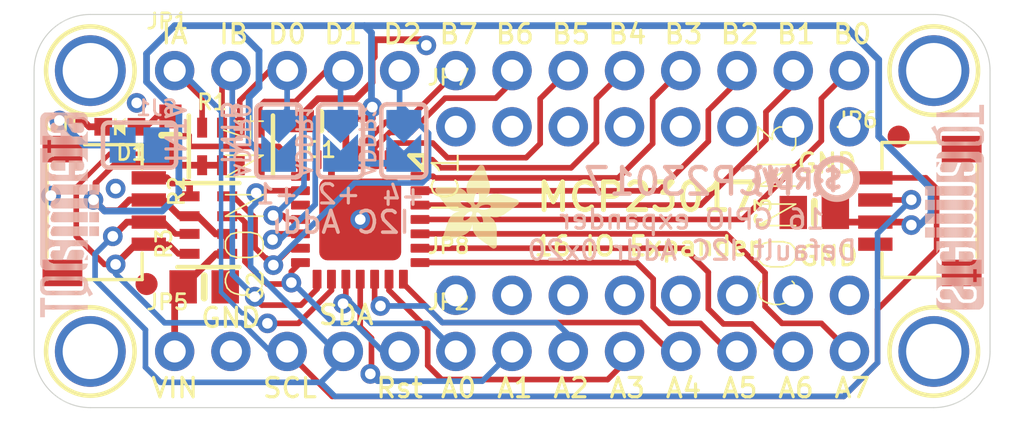
<source format=kicad_pcb>
(kicad_pcb (version 20241229) (generator "pcbnew") (generator_version "9.0")
  (layers (0 "F.Cu" signal) (2 "B.Cu" signal) (13 "F.Paste" user) (15 "B.Paste" user) (5 "F.SilkS" user "F.Silkscreen") (7 "B.SilkS" user "B.Silkscreen") (1 "F.Mask" user) (3 "B.Mask" user) (25 "Edge.Cuts" user))
  (net 0 "")
  (net 1 "GND")
  (net 2 "SDA")
  (net 3 "SCL")
  (net 4 "RESET")
  (net 5 "VCC")
  (net 6 "N$1")
  (net 7 "GPA0")
  (net 8 "GPA1")
  (net 9 "GPA2")
  (net 10 "GPA3")
  (net 11 "GPA4")
  (net 12 "GPA5")
  (net 13 "GPA6")
  (net 14 "GPA7")
  (net 15 "GPB0")
  (net 16 "GPB1")
  (net 17 "GPB2")
  (net 18 "GPB3")
  (net 19 "GPB4")
  (net 20 "GPB5")
  (net 21 "GPB6")
  (net 22 "GPB7")
  (net 23 "INTA")
  (net 24 "INTB")
  (net 25 "A0")
  (net 26 "A1")
  (net 27 "A2")
  (net 28 "N$2")
  (footprint "Adafruit MCP23017 GPIO Expander:MOUNTINGHOLE_2.5_PLATED" (layer "F.Cu") (at 167.5511 98.6536)
    (property "Reference" "U$17" (hide yes))
    (property "Value" "MOUNTINGHOLE2.5" (hide yes))
  )
  (footprint "Adafruit MCP23017 GPIO Expander:RESPACK_4X0603" (layer "F.Cu") (at 135.8011 102.0826)
    (property "Reference" "R1")
    (property "Value" "10K")
  )
  (footprint "Adafruit MCP23017 GPIO Expander:FIDUCIAL_1MM" (layer "F.Cu") (at 131.9911 108.3056)
    (property "Reference" "FID3" (hide yes))
    (property "Value" "FIDUCIAL_1MM" (hide yes))
  )
  (footprint "Adafruit MCP23017 GPIO Expander:MOUNTINGHOLE_2.5_PLATED" (layer "F.Cu") (at 129.4511 111.3536)
    (property "Reference" "U$19" (hide yes))
    (property "Value" "MOUNTINGHOLE2.5" (hide yes))
  )
  (footprint "Adafruit MCP23017 GPIO Expander:JST_SH4" (layer "F.Cu") (at 167.4241 105.0036 90)
    (property "Reference" "CONN3")
    (property "Value" "STEMMA_I2C_QT" (hide yes))
  )
  (footprint "Adafruit MCP23017 GPIO Expander:0805-NO" (layer "F.Cu") (at 134.5946 108.4326)
    (property "Reference" "C2")
    (property "Value" "10uF")
  )
  (footprint "Adafruit MCP23017 GPIO Expander:1X08_ROUND_70" (layer "F.Cu") (at 154.8511 98.6536 180)
    (property "Reference" "JP6")
    (property "Value" "")
  )
  (footprint "Adafruit MCP23017 GPIO Expander:RESPACK_4X0603" (layer "F.Cu") (at 134.7851 105.6386 90)
    (property "Reference" "R3")
    (property "Value" "10K")
  )
  (footprint "Adafruit MCP23017 GPIO Expander:0603-NO" (layer "F.Cu") (at 133.0706 101.5746 -90)
    (property "Reference" "R2")
    (property "Value" "10k")
  )
  (footprint "Adafruit MCP23017 GPIO Expander:1X05_ROUND_70" (layer "F.Cu") (at 138.3411 111.3536)
    (property "Reference" "JP5")
    (property "Value" "")
  )
  (footprint "Adafruit MCP23017 GPIO Expander:1X08_ROUND_70" (layer "F.Cu") (at 154.8511 108.8136)
    (property "Reference" "JP8")
    (property "Value" "")
  )
  (footprint "Adafruit MCP23017 GPIO Expander:FIDUCIAL_1MM" (layer "F.Cu") (at 165.9636 101.6381)
    (property "Reference" "FID4" (hide yes))
    (property "Value" "FIDUCIAL_1MM" (hide yes))
  )
  (footprint "Adafruit MCP23017 GPIO Expander:CHIPLED_0603_NOOUTLINE" (layer "F.Cu") (at 130.7846 101.1936 90)
    (property "Reference" "D1")
    (property "Value" "GREEN")
  )
  (footprint "Adafruit MCP23017 GPIO Expander:JST_SH4" (layer "F.Cu") (at 129.5781 105.0036 -90)
    (property "Reference" "CONN4")
    (property "Value" "STEMMA_I2C_QT" (hide yes))
  )
  (footprint "Adafruit MCP23017 GPIO Expander:QFN28-ML_6X6MM" (layer "F.Cu") (at 141.6431 105.3846 -90)
    (property "Reference" "IC1")
    (property "Value" "MCP23017ML")
  )
  (footprint "Adafruit MCP23017 GPIO Expander:MOUNTINGHOLE_2.5_PLATED" (layer "F.Cu") (at 129.4511 98.6536)
    (property "Reference" "U$1" (hide yes))
    (property "Value" "MOUNTINGHOLE2.5" (hide yes))
  )
  (footprint "Adafruit MCP23017 GPIO Expander:1X08_ROUND_70" (layer "F.Cu") (at 154.8511 111.3536)
    (property "Reference" "JP2")
    (property "Value" "")
  )
  (footprint "Adafruit MCP23017 GPIO Expander:MOUNTINGHOLE_2.5_PLATED" (layer "F.Cu") (at 167.5511 111.3536)
    (property "Reference" "U$21" (hide yes))
    (property "Value" "MOUNTINGHOLE2.5" (hide yes))
  )
  (footprint "Adafruit MCP23017 GPIO Expander:ADAFRUIT_3.5MM" (layer "F.Cu") (at 145.0086 106.7181)
    (property "Reference" "U$22" (hide yes))
    (property "Value" "" (hide yes))
  )
  (footprint "Adafruit MCP23017 GPIO Expander:0603-NO" (layer "F.Cu") (at 139.8651 100.9396 180)
    (property "Reference" "C1")
    (property "Value" "0.1uF")
  )
  (footprint "Adafruit MCP23017 GPIO Expander:1X05_ROUND_70" (layer "F.Cu") (at 138.3411 98.6536)
    (property "Reference" "JP1")
    (property "Value" "")
  )
  (footprint "Adafruit MCP23017 GPIO Expander:1X08_ROUND_70" (layer "F.Cu") (at 154.8511 101.1936)
    (property "Reference" "JP7")
    (property "Value" "")
  )
  (footprint "Adafruit MCP23017 GPIO Expander:0805-NO" (layer "F.Cu") (at 162.1536 105.0671 180)
    (property "Reference" "C3")
    (property "Value" "10uF")
  )
  (footprint "Adafruit MCP23017 GPIO Expander:STEMMAQT" (layer "B.Cu") (at 167.1701 109.4486 90)
    (property "Reference" "U$30" (hide yes))
    (property "Value" "" (hide yes))
  )
  (footprint "Adafruit MCP23017 GPIO Expander:SOLDERJUMPER_CLOSEDWIRE" (layer "B.Cu") (at 131.6736 102.0191 180)
    (property "Reference" "SJ1")
    (property "Value" "")
  )
  (footprint "Adafruit MCP23017 GPIO Expander:SOLDERJUMPER_ARROW_NOPASTE" (layer "B.Cu") (at 137.9601 101.8286 -90)
    (property "Reference" "ADDR0")
    (property "Value" "")
  )
  (footprint "Adafruit MCP23017 GPIO Expander:SOLDERJUMPER_ARROW_NOPASTE" (layer "B.Cu") (at 140.7541 101.8286 -90)
    (property "Reference" "ADDR1")
    (property "Value" "")
  )
  (footprint "Adafruit MCP23017 GPIO Expander:SOLDERJUMPER_ARROW_NOPASTE" (layer "B.Cu") (at 143.6116 101.8286 -90)
    (property "Reference" "ADDR2")
    (property "Value" "")
  )
  (footprint "Adafruit MCP23017 GPIO Expander:STEMMAQT" (layer "B.Cu") (at 129.8321 100.5586 -90)
    (property "Reference" "U$31" (hide yes))
    (property "Value" "" (hide yes))
  )
  (footprint "Adafruit MCP23017 GPIO Expander:PCBFEAT-REV-040" (layer "B.Cu") (at 163.1696 103.5431 180)
    (property "Reference" "U$25" (hide yes))
    (property "Value" "" (hide yes))
  )
  (gr_line (start 126.9111 98.6536) (end 126.9111 111.3536) (stroke (width 0.05)) (layer "Edge.Cuts"))
  (gr_arc (start 129.4511 113.8936) (mid 127.655049 113.149651) (end 126.9111 111.3536) (stroke (width 0.05)) (layer "Edge.Cuts"))
  (gr_arc (start 170.0911 111.3536) (mid 169.347151 113.149651) (end 167.5511 113.8936) (stroke (width 0.05)) (layer "Edge.Cuts"))
  (gr_line (start 170.0911 111.3536) (end 170.0911 98.6536) (stroke (width 0.05)) (layer "Edge.Cuts"))
  (gr_line (start 167.5511 96.1136) (end 129.4511 96.1136) (stroke (width 0.05)) (layer "Edge.Cuts"))
  (gr_arc (start 126.9111 98.6536) (mid 127.655049 96.857549) (end 129.4511 96.1136) (stroke (width 0.05)) (layer "Edge.Cuts"))
  (gr_line (start 129.4511 113.8936) (end 167.5511 113.8936) (stroke (width 0.05)) (layer "Edge.Cuts"))
  (gr_arc (start 167.5511 96.1136) (mid 169.347151 96.857549) (end 170.0911 98.6536) (stroke (width 0.05)) (layer "Edge.Cuts"))
  (gr_text "GND" (at 162.7251 102.8446 0) (layer "F.SilkS") (effects (font (size 0.87376 0.87376) (thickness 0.14224))))
  (gr_text "B0" (at 163.8681 97.0026 0) (layer "F.SilkS") (effects (font (size 0.87376 0.87376) (thickness 0.14224))))
  (gr_text "on" (at 127.2286 101.4476 0) (layer "F.SilkS") (effects (font (size 0.89408 0.89408) (thickness 0.12192)) (justify left bottom)))
  (gr_text "D1" (at 140.8811 97.0026 0) (layer "F.SilkS") (effects (font (size 0.87376 0.87376) (thickness 0.14224))))
  (gr_text "A0" (at 146.0881 113.0046 0) (layer "F.SilkS") (effects (font (size 0.87376 0.87376) (thickness 0.14224))))
  (gr_text "B3" (at 156.2481 97.0026 0) (layer "F.SilkS") (effects (font (size 0.87376 0.87376) (thickness 0.14224))))
  (gr_text "GND" (at 135.8011 109.8296 0) (layer "F.SilkS") (effects (font (size 0.87376 0.87376) (thickness 0.14224))))
  (gr_text "IB" (at 135.9281 97.0026 0) (layer "F.SilkS") (effects (font (size 0.87376 0.87376) (thickness 0.14224))))
  (gr_text "GND" (at 162.7886 107.0356 0) (layer "F.SilkS") (effects (font (size 0.87376 0.87376) (thickness 0.14224))))
  (gr_text "A1" (at 148.6281 113.0046 0) (layer "F.SilkS") (effects (font (size 0.87376 0.87376) (thickness 0.14224))))
  (gr_text "B6" (at 148.6281 97.0026 0) (layer "F.SilkS") (effects (font (size 0.87376 0.87376) (thickness 0.14224))))
  (gr_text "16 IO Expander" (at 154.5971 106.5911 0) (layer "F.SilkS") (effects (font (size 0.8636 0.8636) (thickness 0.1524))))
  (gr_text "A2" (at 151.1681 113.0046 0) (layer "F.SilkS") (effects (font (size 0.87376 0.87376) (thickness 0.14224))))
  (gr_text "A5" (at 158.7881 113.0046 0) (layer "F.SilkS") (effects (font (size 0.87376 0.87376) (thickness 0.14224))))
  (gr_text "Rst" (at 143.4211 113.0046 0) (layer "F.SilkS") (effects (font (size 0.87376 0.87376) (thickness 0.14224))))
  (gr_text "A6" (at 161.3281 113.0046 0) (layer "F.SilkS") (effects (font (size 0.87376 0.87376) (thickness 0.14224))))
  (gr_text "B2" (at 158.7881 97.0026 0) (layer "F.SilkS") (effects (font (size 0.87376 0.87376) (thickness 0.14224))))
  (gr_text "B5" (at 151.1681 97.0026 0) (layer "F.SilkS") (effects (font (size 0.87376 0.87376) (thickness 0.14224))))
  (gr_text "MCP23017" (at 154.5971 104.3686 0) (layer "F.SilkS") (effects (font (size 1.25222 1.25222) (thickness 0.22098))))
  (gr_text "B1" (at 161.3281 97.0026 0) (layer "F.SilkS") (effects (font (size 0.87376 0.87376) (thickness 0.14224))))
  (gr_text "B4" (at 153.7081 97.0026 0) (layer "F.SilkS") (effects (font (size 0.87376 0.87376) (thickness 0.14224))))
  (gr_text "D0" (at 138.3411 97.0026 0) (layer "F.SilkS") (effects (font (size 0.87376 0.87376) (thickness 0.14224))))
  (gr_text "D2" (at 143.5481 97.0026 0) (layer "F.SilkS") (effects (font (size 0.87376 0.87376) (thickness 0.14224))))
  (gr_text "B7" (at 146.0881 97.0026 0) (layer "F.SilkS") (effects (font (size 0.87376 0.87376) (thickness 0.14224))))
  (gr_text "SCL" (at 138.4681 113.0046 0) (layer "F.SilkS") (effects (font (size 0.87376 0.87376) (thickness 0.14224))))
  (gr_text "A3" (at 153.7081 113.0046 0) (layer "F.SilkS") (effects (font (size 0.87376 0.87376) (thickness 0.14224))))
  (gr_text "IA" (at 133.2611 97.0026 0) (layer "F.SilkS") (effects (font (size 0.87376 0.87376) (thickness 0.14224))))
  (gr_text "SDA" (at 141.0081 109.7026 0) (layer "F.SilkS") (effects (font (size 0.87376 0.87376) (thickness 0.14224))))
  (gr_text "A4" (at 156.2481 113.0046 0) (layer "F.SilkS") (effects (font (size 0.87376 0.87376) (thickness 0.14224))))
  (gr_text "VIN" (at 133.2611 113.0046 0) (layer "F.SilkS") (effects (font (size 0.87376 0.87376) (thickness 0.14224))))
  (gr_text "A7" (at 163.8681 113.0046 0) (layer "F.SilkS") (effects (font (size 0.87376 0.87376) (thickness 0.14224))))
  (gr_text "16 GPIO expander\nDefault I2C Addr 0x20" (at 156.6291 106.0831 -0) (layer "B.SilkS") (effects (font (size 0.87376 0.87376) (thickness 0.14224)) (justify mirror)))
  (gr_text "+4" (at 143.6116 104.3051 -0) (layer "B.SilkS") (effects (font (size 0.87376 0.87376) (thickness 0.14224)) (justify mirror)))
  (gr_text "I2C Addr" (at 140.6906 105.5116 0) (layer "B.SilkS") (effects (font (size 0.98298 0.98298) (thickness 0.16002)) (justify mirror)))
  (gr_text "INTA" (at 133.2611 101.4476 -90) (layer "B.SilkS") (effects (font (size 0.87376 0.87376) (thickness 0.14224)) (justify mirror)))
  (gr_text "+2" (at 140.6906 104.2416 -0) (layer "B.SilkS") (effects (font (size 0.87376 0.87376) (thickness 0.14224)) (justify mirror)))
  (gr_text "+1" (at 137.8966 104.2416 -0) (layer "B.SilkS") (effects (font (size 0.87376 0.87376) (thickness 0.14224)) (justify mirror)))
  (gr_text "INTB" (at 135.8011 101.4476 -90) (layer "B.SilkS") (effects (font (size 0.87376 0.87376) (thickness 0.14224)) (justify mirror)))
  (gr_text "MCP23017" (at 156.5021 103.6701 -0) (layer "B.SilkS") (effects (font (size 1.20142 1.20142) (thickness 0.19558)) (justify mirror)))
  (segment (start 133.8961 103.7382) (end 133.9351 103.7772) (width 0.3048) (layer "F.Cu") (net 1))
  (segment (start 140.3431 104.0846) (end 141.6431 105.3846) (width 0.3048) (layer "F.Cu") (net 1))
  (segment (start 128.1921 102.0826) (end 128.1921 102.2036) (width 0.3048) (layer "F.Cu") (net 1))
  (segment (start 142.2781 97.2566) (end 144.3736 97.2566) (width 0.3048) (layer "F.Cu") (net 1))
  (segment (start 139.0151 100.5332) (end 139.2047 100.5332) (width 0.3048) (layer "F.Cu") (net 1))
  (segment (start 142.2781 98.036469) (end 142.2781 97.2566) (width 0.3048) (layer "F.Cu") (net 1))
  (segment (start 139.7381 99.9236) (end 141.438687 99.9236) (width 0.3048) (layer "F.Cu") (net 1))
  (segment (start 139.0151 100.9396) (end 139.0151 100.5332) (width 0.3048) (layer "F.Cu") (net 1))
  (segment (start 140.3431 102.6846) (end 140.3431 104.0846) (width 0.3048) (layer "F.Cu") (net 1))
  (segment (start 142.1765 99.185788) (end 142.1765 98.138069) (width 0.3048) (layer "F.Cu") (net 1))
  (segment (start 132.0921 103.5036) (end 132.9041 103.5036) (width 0.3048) (layer "F.Cu") (net 1))
  (segment (start 141.438687 99.9236) (end 142.1765 99.185788) (width 0.3048) (layer "F.Cu") (net 1))
  (segment (start 139.2047 100.457) (end 139.7381 99.9236) (width 0.3048) (layer "F.Cu") (net 1))
  (segment (start 139.2047 100.5332) (end 139.2047 100.457) (width 0.3048) (layer "F.Cu") (net 1))
  (segment (start 132.9041 103.5036) (end 133.1387 103.7382) (width 0.3048) (layer "F.Cu") (net 1))
  (segment (start 142.1765 98.138069) (end 142.2781 98.036469) (width 0.3048) (layer "F.Cu") (net 1))
  (segment (start 144.3736 97.2566) (end 144.6276 97.5106) (width 0.3048) (layer "F.Cu") (net 1))
  (segment (start 133.9351 103.7772) (end 133.9351 104.3386) (width 0.3048) (layer "F.Cu") (net 1))
  (segment (start 133.1387 103.7382) (end 133.8961 103.7382) (width 0.3048) (layer "F.Cu") (net 1))
  (via (at 141.6431 105.3846) (size 0.889) (drill 0.4826) (layers "F.Cu" "B.Cu") (net 1))
  (via (at 144.6276 97.5106) (size 0.889) (drill 0.4826) (layers "F.Cu" "B.Cu") (net 1))
  (via (at 130.5941 103.9876) (size 0.889) (drill 0.4826) (layers "F.Cu" "B.Cu") (net 1))
  (via (at 127.6731 104.3051) (size 0.889) (drill 0.4826) (layers "F.Cu" "B.Cu") (net 1))
  (via (at 131.5466 100.1141) (size 0.889) (drill 0.4826) (layers "F.Cu" "B.Cu") (net 1))
  (segment (start 137.0503 104.0846) (end 136.9441 104.1908) (width 0.254) (layer "F.Cu") (net 2))
  (segment (start 133.3001 106.0386) (end 132.7651 105.5036) (width 0.254) (layer "F.Cu") (net 2))
  (segment (start 132.0921 105.5036) (end 131.1101 105.5036) (width 0.3048) (layer "F.Cu") (net 2))
  (segment (start 138.9431 104.0846) (end 137.0503 104.0846) (width 0.254) (layer "F.Cu") (net 2))
  (segment (start 166.5351 104.4956) (end 166.5271 104.5036) (width 0.254) (layer "F.Cu") (net 2))
  (segment (start 166.5271 104.5036) (end 164.9101 104.5036) (width 0.254) (layer "F.Cu") (net 2))
  (segment (start 131.1101 105.5036) (end 130.4671 106.1466) (width 0.3048) (layer "F.Cu") (net 2))
  (segment (start 132.0921 105.5036) (end 132.7651 105.5036) (width 0.254) (layer "F.Cu") (net 2))
  (segment (start 133.3001 106.0386) (end 133.9351 106.0386) (width 0.254) (layer "F.Cu") (net 2))
  (via (at 136.9441 104.1908) (size 0.889) (drill 0.4826) (layers "F.Cu" "B.Cu") (net 2))
  (via (at 130.4671 106.1466) (size 0.889) (drill 0.4826) (layers "F.Cu" "B.Cu") (net 2))
  (via (at 166.5351 104.4956) (size 0.889) (drill 0.4826) (layers "F.Cu" "B.Cu") (net 2))
  (segment (start 136.9441 104.6353) (end 136.6901 104.8893) (width 0.254) (layer "B.Cu") (net 2))
  (segment (start 132.6261 112.7506) (end 139.8651 112.7506) (width 0.254) (layer "B.Cu") (net 2))
  (segment (start 163.4871 113.3856) (end 165.0111 111.8616) (width 0.254) (layer "B.Cu") (net 2))
  (segment (start 130.4671 106.1466) (end 129.667 106.9467) (width 0.254) (layer "B.Cu") (net 2))
  (segment (start 140.8811 111.7346) (end 140.8811 111.3536) (width 0.254) (layer "B.Cu") (net 2))
  (segment (start 129.667 106.9467) (end 129.667 108.099863) (width 0.254) (layer "B.Cu") (net 2))
  (segment (start 140.5001 113.3856) (end 163.4871 113.3856) (width 0.254) (layer "B.Cu") (net 2))
  (segment (start 131.9417 112.0662) (end 132.6261 112.7506) (width 0.254) (layer "B.Cu") (net 2))
  (segment (start 165.0111 106.0196) (end 166.5351 104.4956) (width 0.254) (layer "B.Cu") (net 2))
  (segment (start 140.527906 111.3536) (end 140.8811 111.3536) (width 0.254) (layer "B.Cu") (net 2))
  (segment (start 129.667 108.099863) (end 131.9417 110.374563) (width 0.254) (layer "B.Cu") (net 2))
  (segment (start 136.6901 104.8893) (end 136.6901 107.515794) (width 0.254) (layer "B.Cu") (net 2))
  (segment (start 131.9417 110.374563) (end 131.9417 112.0662) (width 0.254) (layer "B.Cu") (net 2))
  (segment (start 140.527906 111.3536) (end 136.6901 107.515794) (width 0.254) (layer "B.Cu") (net 2))
  (segment (start 165.0111 106.0196) (end 165.0111 111.8616) (width 0.254) (layer "B.Cu") (net 2))
  (segment (start 139.8651 112.7506) (end 140.5001 113.3856) (width 0.254) (layer "B.Cu") (net 2))
  (segment (start 136.9441 104.1908) (end 136.9441 104.6353) (width 0.254) (layer "B.Cu") (net 2))
  (segment (start 139.8651 112.7506) (end 140.8811 111.7346) (width 0.254) (layer "B.Cu") (net 2))
  (segment (start 167.6781 103.9876) (end 167.1941 103.5036) (width 0.254) (layer "F.Cu") (net 3))
  (segment (start 131.5071 106.5036) (end 130.5941 107.4166) (width 0.3048) (layer "F.Cu") (net 3))
  (segment (start 133.4271 106.9386) (end 133.9351 106.9386) (width 0.254) (layer "F.Cu") (net 3))
  (segment (start 128.8161 103.9241) (end 130.3274 102.4128) (width 0.2032) (layer "F.Cu") (net 3))
  (segment (start 137.9601 102.0826) (end 138.9431 103.0656) (width 0.254) (layer "F.Cu") (net 3))
  (segment (start 167.6781 106.7816) (end 167.6781 103.9876) (width 0.254) (layer "F.Cu") (net 3))
  (segment (start 133.9389 102.0826) (end 133.9389 101.5746) (width 0.2032) (layer "F.Cu") (net 3))
  (segment (start 130.0861 107.4166) (end 128.8161 106.1466) (width 0.254) (layer "F.Cu") (net 3))
  (segment (start 165.0111 109.4486) (end 167.6781 106.7816) (width 0.254) (layer "F.Cu") (net 3))
  (segment (start 133.4271 106.9386) (end 132.9921 106.5036) (width 0.254) (layer "F.Cu") (net 3))
  (segment (start 138.3411 111.3536) (end 140.3731 113.3856) (width 0.254) (layer "F.Cu") (net 3))
  (segment (start 133.9389 102.0826) (end 134.0231 102.0826) (width 0.2032) (layer "F.Cu") (net 3))
  (segment (start 128.8161 106.1466) (end 128.8161 103.9241) (width 0.254) (layer "F.Cu") (net 3))
  (segment (start 130.3274 102.4128) (end 131.9149 102.4128) (width 0.2032) (layer "F.Cu") (net 3))
  (segment (start 163.4871 113.3856) (end 165.0111 111.8616) (width 0.254) (layer "F.Cu") (net 3))
  (segment (start 130.5941 107.4166) (end 130.0861 107.4166) (width 0.254) (layer "F.Cu") (net 3))
  (segment (start 165.0111 111.8616) (end 165.0111 109.4486) (width 0.254) (layer "F.Cu") (net 3))
  (segment (start 132.0921 106.5036) (end 132.9921 106.5036) (width 0.254) (layer "F.Cu") (net 3))
  (segment (start 131.9149 102.4128) (end 132.2394 102.0883) (width 0.2032) (layer "F.Cu") (net 3))
  (segment (start 138.9431 103.4346) (end 138.9431 103.0656) (width 0.254) (layer "F.Cu") (net 3))
  (segment (start 132.2394 101.5746) (end 133.9389 101.5746) (width 0.2032) (layer "F.Cu") (net 3))
  (segment (start 167.1941 103.5036) (end 164.9101 103.5036) (width 0.254) (layer "F.Cu") (net 3))
  (segment (start 132.2394 102.0883) (end 132.2394 101.5746) (width 0.2032) (layer "F.Cu") (net 3))
  (segment (start 134.0231 102.0826) (end 137.9601 102.0826) (width 0.254) (layer "F.Cu") (net 3))
  (segment (start 140.3731 113.3856) (end 163.4871 113.3856) (width 0.254) (layer "F.Cu") (net 3))
  (segment (start 132.0921 106.5036) (end 131.5071 106.5036) (width 0.3048) (layer "F.Cu") (net 3))
  (via (at 130.5941 107.4166) (size 0.889) (drill 0.4826) (layers "F.Cu" "B.Cu") (net 3))
  (segment (start 137.5791 111.3536) (end 136.2837 110.0582) (width 0.254) (layer "B.Cu") (net 3))
  (segment (start 132.8072 110.0582) (end 136.2837 110.0582) (width 0.254) (layer "B.Cu") (net 3))
  (segment (start 137.5791 111.3536) (end 138.3411 111.3536) (width 0.254) (layer "B.Cu") (net 3))
  (segment (start 132.8072 110.0582) (end 130.5941 107.8451) (width 0.254) (layer "B.Cu") (net 3))
  (segment (start 130.5941 107.4166) (end 130.5941 107.8451) (width 0.254) (layer "B.Cu") (net 3))
  (segment (start 138.5316 107.7461) (end 138.5316 108.2421) (width 0.254) (layer "F.Cu") (net 4))
  (segment (start 137.4521 108.3056) (end 136.4361 107.2896) (width 0.254) (layer "F.Cu") (net 4))
  (segment (start 136.1631 105.2386) (end 136.4361 105.5116) (width 0.254) (layer "F.Cu") (net 4))
  (segment (start 138.9431 107.3346) (end 138.5316 107.7461) (width 0.254) (layer "F.Cu") (net 4))
  (segment (start 138.5316 108.2421) (end 138.4681 108.3056) (width 0.254) (layer "F.Cu") (net 4))
  (segment (start 135.6351 105.2386) (end 136.1631 105.2386) (width 0.254) (layer "F.Cu") (net 4))
  (segment (start 136.4361 105.5116) (end 136.4361 107.2896) (width 0.254) (layer "F.Cu") (net 4))
  (segment (start 138.4681 108.3056) (end 137.4521 108.3056) (width 0.254) (layer "F.Cu") (net 4))
  (via (at 138.5316 108.2421) (size 0.889) (drill 0.4826) (layers "F.Cu" "B.Cu") (net 4))
  (segment (start 142.6591 111.3536) (end 143.4211 111.3536) (width 0.254) (layer "B.Cu") (net 4))
  (segment (start 140.4366 110.0836) (end 141.3891 110.0836) (width 0.254) (layer "B.Cu") (net 4))
  (segment (start 138.5316 108.2421) (end 138.5951 108.2421) (width 0.254) (layer "B.Cu") (net 4))
  (segment (start 140.4366 110.0836) (end 138.5951 108.2421) (width 0.254) (layer "B.Cu") (net 4))
  (segment (start 141.3891 110.0836) (end 142.6591 111.3536) (width 0.254) (layer "B.Cu") (net 4))
  (segment (start 131.2211 104.5036) (end 130.7338 104.9909) (width 0.3048) (layer "F.Cu") (net 5))
  (segment (start 142.1892 100.3046) (end 142.1892 100.8126) (width 0.3048) (layer "F.Cu") (net 5))
  (segment (start 135.6351 106.9386) (end 135.6351 106.0386) (width 0.3048) (layer "F.Cu") (net 5))
  (segment (start 133.3581 102.9326) (end 133.1431 102.7176) (width 0.3048) (layer "F.Cu") (net 5))
  (segment (start 135.6351 106.9386) (end 135.1386 106.9386) (width 0.3048) (layer "F.Cu") (net 5))
  (segment (start 140.7151 100.9396) (end 140.8421 100.8126) (width 0.3048) (layer "F.Cu") (net 5))
  (segment (start 133.0706 102.7176) (end 133.0706 102.8446) (width 0.3048) (layer "F.Cu") (net 5))
  (segment (start 133.0706 102.4246) (end 133.0706 102.7176) (width 0.3048) (layer "F.Cu") (net 5))
  (segment (start 131.2211 104.5036) (end 132.0921 104.5036) (width 0.3048) (layer "F.Cu") (net 5))
  (segment (start 142.1892 100.8126) (end 140.8421 100.8126) (width 0.3048) (layer "F.Cu") (net 5))
  (segment (start 133.2611 111.3536) (end 133.2611 108.8161) (width 0.3048) (layer "F.Cu") (net 5))
  (segment (start 134.5011 102.9326) (end 135.4011 102.9326) (width 0.3048) (layer "F.Cu") (net 5))
  (segment (start 140.7151 100.9396) (end 140.9931 101.2176) (width 0.3048) (layer "F.Cu") (net 5))
  (segment (start 163.5401 105.5036) (end 163.1036 105.0671) (width 0.3048) (layer "F.Cu") (net 5))
  (segment (start 133.4961 105.2386) (end 133.9351 105.2386) (width 0.3048) (layer "F.Cu") (net 5))
  (segment (start 129.7051 104.3813) (end 129.5908 104.4956) (width 0.3048) (layer "F.Cu") (net 5))
  (segment (start 135.112993 106.0386) (end 134.312996 105.2386) (width 0.3048) (layer "F.Cu") (net 5))
  (segment (start 134.5011 102.9326) (end 133.3581 102.9326) (width 0.3048) (layer "F.Cu") (net 5))
  (segment (start 130.7338 104.9909) (end 130.0861 104.9909) (width 0.3048) (layer "F.Cu") (net 5))
  (segment (start 164.9101 105.5036) (end 166.4001 105.5036) (width 0.3048) (layer "F.Cu") (net 5))
  (segment (start 132.7611 104.5036) (end 133.4961 105.2386) (width 0.3048) (layer "F.Cu") (net 5))
  (segment (start 134.312996 105.2386) (end 133.9351 105.2386) (width 0.3048) (layer "F.Cu") (net 5))
  (segment (start 135.1386 106.9386) (end 133.6446 108.4326) (width 0.3048) (layer "F.Cu") (net 5))
  (segment (start 130.0861 104.9909) (end 129.5908 104.4956) (width 0.3048) (layer "F.Cu") (net 5))
  (segment (start 132.0921 104.5036) (end 132.7611 104.5036) (width 0.3048) (layer "F.Cu") (net 5))
  (segment (start 135.6351 106.0386) (end 135.112993 106.0386) (width 0.3048) (layer "F.Cu") (net 5))
  (segment (start 129.7051 103.7336) (end 129.7051 104.3813) (width 0.3048) (layer "F.Cu") (net 5))
  (segment (start 133.1431 102.7176) (end 133.0706 102.7176) (width 0.3048) (layer "F.Cu") (net 5))
  (segment (start 130.5941 102.8446) (end 129.7051 103.7336) (width 0.254) (layer "F.Cu") (net 5))
  (segment (start 133.2611 108.8161) (end 133.6446 108.4326) (width 0.3048) (layer "F.Cu") (net 5))
  (segment (start 140.9931 101.2176) (end 140.9931 102.6846) (width 0.3048) (layer "F.Cu") (net 5))
  (segment (start 166.4001 105.5036) (end 166.5351 105.6386) (width 0.3048) (layer "F.Cu") (net 5))
  (segment (start 164.9101 105.5036) (end 163.5401 105.5036) (width 0.3048) (layer "F.Cu") (net 5))
  (segment (start 133.0706 102.8446) (end 130.5941 102.8446) (width 0.254) (layer "F.Cu") (net 5))
  (via (at 166.5351 105.6386) (size 0.889) (drill 0.4826) (layers "F.Cu" "B.Cu") (net 5))
  (via (at 142.1892 100.3046) (size 0.889) (drill 0.4826) (layers "F.Cu" "B.Cu") (net 5))
  (via (at 129.5908 104.4956) (size 0.889) (drill 0.4826) (layers "F.Cu" "B.Cu") (net 5))
  (segment (start 135.9281 96.6216) (end 137.0711 97.7646) (width 0.3048) (layer "B.Cu") (net 5))
  (segment (start 142.1892 100.3046) (end 142.1511 100.2665) (width 0.3048) (layer "B.Cu") (net 5))
  (segment (start 133.2611 96.6216) (end 135.9281 96.6216) (width 0.3048) (layer "B.Cu") (net 5))
  (segment (start 167.4241 103.9876) (end 165.0619 101.6254) (width 0.3048) (layer "B.Cu") (net 5))
  (segment (start 166.5351 105.6386) (end 166.9161 105.6386) (width 0.3048) (layer "B.Cu") (net 5))
  (segment (start 142.1511 102.8446) (end 140.7541 102.8446) (width 0.3048) (layer "B.Cu") (net 5))
  (segment (start 137.9601 102.8446) (end 137.5791 102.8446) (width 0.3048) (layer "B.Cu") (net 5))
  (segment (start 137.0711 99.4156) (end 136.6266 99.8601) (width 0.3048) (layer "B.Cu") (net 5))
  (segment (start 142.1511 96.9391) (end 141.8336 96.6216) (width 0.3048) (layer "B.Cu") (net 5))
  (segment (start 165.0619 101.6254) (end 165.0619 98.159107) (width 0.3048) (layer "B.Cu") (net 5))
  (segment (start 129.5908 104.4956) (end 130.0988 105.0036) (width 0.3048) (layer "B.Cu") (net 5))
  (segment (start 166.9161 105.6386) (end 167.4241 105.1306) (width 0.3048) (layer "B.Cu") (net 5))
  (segment (start 137.5791 102.8446) (end 136.6266 101.8921) (width 0.3048) (layer "B.Cu") (net 5))
  (segment (start 141.8336 96.6216) (end 135.9281 96.6216) (width 0.3048) (layer "B.Cu") (net 5))
  (segment (start 142.1511 100.3427) (end 142.1511 102.8446) (width 0.3048) (layer "B.Cu") (net 5))
  (segment (start 137.0711 97.7646) (end 137.0711 99.4156) (width 0.3048) (layer "B.Cu") (net 5))
  (segment (start 163.524393 96.6216) (end 141.8336 96.6216) (width 0.3048) (layer "B.Cu") (net 5))
  (segment (start 136.6266 99.8601) (end 136.6266 101.8921) (width 0.3048) (layer "B.Cu") (net 5))
  (segment (start 165.0619 98.159107) (end 163.524393 96.6216) (width 0.3048) (layer "B.Cu") (net 5))
  (segment (start 132.6896 105.0036) (end 130.0988 105.0036) (width 0.3048) (layer "B.Cu") (net 5))
  (segment (start 133.4516 104.2416) (end 132.6896 105.0036) (width 0.3048) (layer "B.Cu") (net 5))
  (segment (start 133.4516 100.6221) (end 133.4516 104.2416) (width 0.3048) (layer "B.Cu") (net 5))
  (segment (start 133.2611 96.6216) (end 131.9911 97.8916) (width 0.3048) (layer "B.Cu") (net 5))
  (segment (start 167.4241 105.1306) (end 167.4241 103.9876) (width 0.3048) (layer "B.Cu") (net 5))
  (segment (start 131.9911 97.8916) (end 131.9911 99.1616) (width 0.3048) (layer "B.Cu") (net 5))
  (segment (start 143.6116 102.8446) (end 142.1511 102.8446) (width 0.3048) (layer "B.Cu") (net 5))
  (segment (start 142.1511 96.9391) (end 142.1511 100.2665) (width 0.3048) (layer "B.Cu") (net 5))
  (segment (start 142.1892 100.3046) (end 142.1511 100.3427) (width 0.3048) (layer "B.Cu") (net 5))
  (segment (start 131.9911 99.1616) (end 133.4516 100.6221) (width 0.3048) (layer "B.Cu") (net 5))
  (segment (start 132.4601 100.7246) (end 131.9911 101.1936) (width 0.254) (layer "F.Cu") (net 6))
  (segment (start 132.4601 100.7246) (end 133.0706 100.7246) (width 0.254) (layer "F.Cu") (net 6))
  (segment (start 131.5346 101.1936) (end 131.9911 101.1936) (width 0.254) (layer "F.Cu") (net 6))
  (segment (start 140.9931 109.0699) (end 140.8684 109.1946) (width 0.254) (layer "F.Cu") (net 7))
  (segment (start 140.9931 108.0846) (end 140.9931 109.0699) (width 0.254) (layer "F.Cu") (net 7))
  (via (at 140.8684 109.1946) (size 0.889) (drill 0.4826) (layers "F.Cu" "B.Cu") (net 7))
  (segment (start 142.1384 110.0836) (end 141.2494 109.1946) (width 0.254) (layer "B.Cu") (net 7))
  (segment (start 140.8684 109.1946) (end 141.2494 109.1946) (width 0.254) (layer "B.Cu") (net 7))
  (segment (start 142.1384 110.0836) (end 144.6911 110.0836) (width 0.254) (layer "B.Cu") (net 7))
  (segment (start 144.6911 110.0836) (end 145.9611 111.3536) (width 0.254) (layer "B.Cu") (net 7))
  (segment (start 142.1511 112.317107) (end 142.098606 112.3696) (width 0.254) (layer "F.Cu") (net 8))
  (segment (start 142.1511 110.7516) (end 141.6431 110.2436) (width 0.254) (layer "F.Cu") (net 8))
  (segment (start 141.6431 108.0846) (end 141.6431 110.2436) (width 0.254) (layer "F.Cu") (net 8))
  (segment (start 142.1511 110.7516) (end 142.1511 112.317107) (width 0.254) (layer "F.Cu") (net 8))
  (via (at 142.098606 112.3696) (size 0.889) (drill 0.4826) (layers "F.Cu" "B.Cu") (net 8))
  (segment (start 147.15724 112.69746) (end 142.426465 112.69746) (width 0.254) (layer "B.Cu") (net 8))
  (segment (start 142.098606 112.3696) (end 142.426465 112.69746) (width 0.254) (layer "B.Cu") (net 8))
  (segment (start 147.15724 112.69746) (end 148.5011 111.3536) (width 0.254) (layer "B.Cu") (net 8))
  (segment (start 142.2931 109.035194) (end 142.555803 109.297897) (width 0.254) (layer "F.Cu") (net 9))
  (segment (start 142.2931 108.0846) (end 142.2931 109.035194) (width 0.254) (layer "F.Cu") (net 9))
  (via (at 142.555803 109.297897) (size 0.889) (drill 0.4826) (layers "F.Cu" "B.Cu") (net 9))
  (segment (start 150.495 110.0455) (end 151.0411 110.5916) (width 0.254) (layer "B.Cu") (net 9))
  (segment (start 151.0411 110.5916) (end 151.0411 111.3536) (width 0.254) (layer "B.Cu") (net 9))
  (segment (start 145.350131 110.0455) (end 150.495 110.0455) (width 0.254) (layer "B.Cu") (net 9))
  (segment (start 144.602528 109.297897) (end 145.350131 110.0455) (width 0.254) (layer "B.Cu") (net 9))
  (segment (start 144.602528 109.297897) (end 142.555803 109.297897) (width 0.254) (layer "B.Cu") (net 9))
  (segment (start 142.9431 108.0846) (end 142.9431 108.5896) (width 0.254) (layer "F.Cu") (net 10))
  (segment (start 153.5811 111.8616) (end 153.5811 111.3536) (width 0.254) (layer "F.Cu") (net 10))
  (segment (start 145.324731 112.6236) (end 152.8191 112.6236) (width 0.254) (layer "F.Cu") (net 10))
  (segment (start 142.9431 108.5896) (end 144.6911 110.3376) (width 0.254) (layer "F.Cu") (net 10))
  (segment (start 152.8191 112.6236) (end 153.5811 111.8616) (width 0.254) (layer "F.Cu") (net 10))
  (segment (start 144.6911 110.3376) (end 144.6911 111.989969) (width 0.254) (layer "F.Cu") (net 10))
  (segment (start 144.6911 111.989969) (end 145.324731 112.6236) (width 0.254) (layer "F.Cu") (net 10))
  (segment (start 155.6131 111.3536) (end 156.1211 111.3536) (width 0.254) (layer "F.Cu") (net 11))
  (segment (start 145.350131 110.0455) (end 154.305 110.0455) (width 0.254) (layer "F.Cu") (net 11))
  (segment (start 145.350131 110.0455) (end 143.5931 108.288469) (width 0.254) (layer "F.Cu") (net 11))
  (segment (start 155.6131 111.3536) (end 154.305 110.0455) (width 0.254) (layer "F.Cu") (net 11))
  (segment (start 143.5931 108.0846) (end 143.5931 108.288469) (width 0.254) (layer "F.Cu") (net 11))
  (segment (start 154.8765 109.347) (end 155.6131 110.0836) (width 0.254) (layer "F.Cu") (net 12))
  (segment (start 154.8765 108.075632) (end 154.8765 109.347) (width 0.254) (layer "F.Cu") (net 12))
  (segment (start 155.6131 110.0836) (end 157.0101 110.0836) (width 0.254) (layer "F.Cu") (net 12))
  (segment (start 154.8765 108.075632) (end 154.135468 107.3346) (width 0.254) (layer "F.Cu") (net 12))
  (segment (start 158.2801 111.3536) (end 158.6611 111.3536) (width 0.254) (layer "F.Cu") (net 12))
  (segment (start 144.3431 107.3346) (end 154.135468 107.3346) (width 0.254) (layer "F.Cu") (net 12))
  (segment (start 158.2801 111.3536) (end 157.0101 110.0836) (width 0.254) (layer "F.Cu") (net 12))
  (segment (start 144.3431 106.6846) (end 156.2781 106.6846) (width 0.254) (layer "F.Cu") (net 13))
  (segment (start 156.2781 106.6846) (end 157.3657 107.7722) (width 0.254) (layer "F.Cu") (net 13))
  (segment (start 158.050131 110.109) (end 159.3215 110.109) (width 0.254) (layer "F.Cu") (net 13))
  (segment (start 157.3657 109.424569) (end 158.050131 110.109) (width 0.254) (layer "F.Cu") (net 13))
  (segment (start 157.3657 107.7722) (end 157.3657 109.424569) (width 0.254) (layer "F.Cu") (net 13))
  (segment (start 160.5661 111.3536) (end 161.2011 111.3536) (width 0.254) (layer "F.Cu") (net 13))
  (segment (start 159.3215 110.109) (end 160.5661 111.3536) (width 0.254) (layer "F.Cu") (net 13))
  (segment (start 158.1681 106.0346) (end 159.9311 107.7976) (width 0.254) (layer "F.Cu") (net 14))
  (segment (start 160.6931 110.0836) (end 162.4711 110.0836) (width 0.254) (layer "F.Cu") (net 14))
  (segment (start 144.3431 106.0346) (end 158.1681 106.0346) (width 0.254) (layer "F.Cu") (net 14))
  (segment (start 159.9311 109.3216) (end 160.6931 110.0836) (width 0.254) (layer "F.Cu") (net 14))
  (segment (start 162.4711 110.0836) (end 163.7411 111.3536) (width 0.254) (layer "F.Cu") (net 14))
  (segment (start 159.9311 107.7976) (end 159.9311 109.3216) (width 0.254) (layer "F.Cu") (net 14))
  (segment (start 144.3431 105.3846) (end 158.9151 105.3846) (width 0.254) (layer "F.Cu") (net 15))
  (segment (start 162.4711 99.9236) (end 163.7411 98.6536) (width 0.254) (layer "F.Cu") (net 15))
  (segment (start 162.4711 101.8286) (end 162.4711 99.9236) (width 0.254) (layer "F.Cu") (net 15))
  (segment (start 158.9151 105.3846) (end 162.4711 101.8286) (width 0.254) (layer "F.Cu") (net 15))
  (segment (start 144.3431 104.7346) (end 157.013518 104.7346) (width 0.254) (layer "F.Cu") (net 16))
  (segment (start 157.013518 104.7346) (end 159.9692 101.778919) (width 0.254) (layer "F.Cu") (net 16))
  (segment (start 159.9692 100.519132) (end 161.2011 99.287232) (width 0.254) (layer "F.Cu") (net 16))
  (segment (start 161.2011 99.287232) (end 161.2011 98.6536) (width 0.254) (layer "F.Cu") (net 16))
  (segment (start 159.9692 101.778919) (end 159.9692 100.519132) (width 0.254) (layer "F.Cu") (net 16))
  (segment (start 157.3657 101.854) (end 157.3657 100.455632) (width 0.254) (layer "F.Cu") (net 17))
  (segment (start 155.1305 104.0892) (end 145.1005 104.0892) (width 0.254) (layer "F.Cu") (net 17))
  (segment (start 158.6611 99.160232) (end 158.6611 98.6536) (width 0.254) (layer "F.Cu") (net 17))
  (segment (start 157.3657 100.455632) (end 158.6611 99.160232) (width 0.254) (layer "F.Cu") (net 17))
  (segment (start 145.1005 104.0892) (end 145.1051 104.0846) (width 0.254) (layer "F.Cu") (net 17))
  (segment (start 144.3431 104.0846) (end 145.1051 104.0846) (width 0.254) (layer "F.Cu") (net 17))
  (segment (start 155.1305 104.0892) (end 157.3657 101.854) (width 0.254) (layer "F.Cu") (net 17))
  (segment (start 154.8511 101.9556) (end 154.8511 99.9236) (width 0.254) (layer "F.Cu") (net 18))
  (segment (start 153.3017 103.505) (end 154.8511 101.9556) (width 0.254) (layer "F.Cu") (net 18))
  (segment (start 144.3431 103.4346) (end 144.934843 103.4346) (width 0.254) (layer "F.Cu") (net 18))
  (segment (start 145.005243 103.505) (end 153.3017 103.505) (width 0.254) (layer "F.Cu") (net 18))
  (segment (start 144.934843 103.4346) (end 145.005243 103.505) (width 0.254) (layer "F.Cu") (net 18))
  (segment (start 154.8511 99.9236) (end 156.1211 98.6536) (width 0.254) (layer "F.Cu") (net 18))
  (segment (start 151.1681 103.0478) (end 152.3111 101.9048) (width 0.254) (layer "F.Cu") (net 19))
  (segment (start 145.258125 103.0478) (end 151.1681 103.0478) (width 0.254) (layer "F.Cu") (net 19))
  (segment (start 143.5931 102.6846) (end 144.894925 102.6846) (width 0.254) (layer "F.Cu") (net 19))
  (segment (start 152.3111 99.9236) (end 153.5811 98.6536) (width 0.254) (layer "F.Cu") (net 19))
  (segment (start 152.3111 101.9048) (end 152.3111 99.9236) (width 0.254) (layer "F.Cu") (net 19))
  (segment (start 144.894925 102.6846) (end 145.258125 103.0478) (width 0.254) (layer "F.Cu") (net 19))
  (segment (start 142.9431 102.6846) (end 142.9431 102.1796) (width 0.254) (layer "F.Cu") (net 20))
  (segment (start 149.1361 102.5906) (end 149.7711 101.9556) (width 0.254) (layer "F.Cu") (net 20))
  (segment (start 145.578731 102.5906) (end 149.1361 102.5906) (width 0.254) (layer "F.Cu") (net 20))
  (segment (start 149.7711 99.9236) (end 151.0411 98.6536) (width 0.254) (layer "F.Cu") (net 20))
  (segment (start 142.9431 102.1796) (end 143.1933 101.9294) (width 0.254) (layer "F.Cu") (net 20))
  (segment (start 149.7711 101.9556) (end 149.7711 99.9236) (width 0.254) (layer "F.Cu") (net 20))
  (segment (start 144.917531 101.9294) (end 145.578731 102.5906) (width 0.254) (layer "F.Cu") (net 20))
  (segment (start 143.1933 101.9294) (end 144.917531 101.9294) (width 0.254) (layer "F.Cu") (net 20))
  (segment (start 145.477131 99.8982) (end 147.7645 99.8982) (width 0.254) (layer "F.Cu") (net 21))
  (segment (start 142.9766 101.4476) (end 143.927731 101.4476) (width 0.254) (layer "F.Cu") (net 21))
  (segment (start 142.2931 102.6846) (end 142.2931 102.1311) (width 0.254) (layer "F.Cu") (net 21))
  (segment (start 143.927731 101.4476) (end 145.477131 99.8982) (width 0.254) (layer "F.Cu") (net 21))
  (segment (start 142.2931 102.1311) (end 142.9766 101.4476) (width 0.254) (layer "F.Cu") (net 21))
  (segment (start 148.5011 99.1616) (end 148.5011 98.6536) (width 0.254) (layer "F.Cu") (net 21))
  (segment (start 147.7645 99.8982) (end 148.5011 99.1616) (width 0.254) (layer "F.Cu") (net 21))
  (segment (start 145.9611 98.7171) (end 143.6878 100.9904) (width 0.254) (layer "F.Cu") (net 22))
  (segment (start 141.6431 102.6846) (end 141.6431 102.134519) (width 0.254) (layer "F.Cu") (net 22))
  (segment (start 145.9611 98.7171) (end 145.9611 98.6536) (width 0.254) (layer "F.Cu") (net 22))
  (segment (start 142.787218 100.9904) (end 143.6878 100.9904) (width 0.254) (layer "F.Cu") (net 22))
  (segment (start 142.787218 100.9904) (end 141.6431 102.134519) (width 0.254) (layer "F.Cu") (net 22))
  (segment (start 140.3431 108.5896) (end 138.8491 110.0836) (width 0.254) (layer "F.Cu") (net 23))
  (segment (start 138.8491 110.0836) (end 137.4521 110.0836) (width 0.254) (layer "F.Cu") (net 23))
  (segment (start 134.5011 99.8936) (end 133.2611 98.6536) (width 0.254) (layer "F.Cu") (net 23))
  (segment (start 134.5011 101.2326) (end 134.5011 99.8936) (width 0.254) (layer "F.Cu") (net 23))
  (segment (start 140.3431 108.0846) (end 140.3431 108.5896) (width 0.254) (layer "F.Cu") (net 23))
  (via (at 137.4521 110.0836) (size 0.889) (drill 0.4826) (layers "F.Cu" "B.Cu") (net 23))
  (segment (start 137.0076 110.0836) (end 137.4521 110.0836) (width 0.254) (layer "B.Cu") (net 23))
  (segment (start 133.5151 98.6536) (end 133.2611 98.6536) (width 0.254) (layer "B.Cu") (net 23))
  (segment (start 135.3566 100.4951) (end 135.3566 108.6739) (width 0.2032) (layer "B.Cu") (net 23))
  (segment (start 136.919762 110.0836) (end 137.0076 110.0836) (width 0.2032) (layer "B.Cu") (net 23))
  (segment (start 135.3566 100.4951) (end 133.5151 98.6536) (width 0.254) (layer "B.Cu") (net 23))
  (segment (start 136.462562 109.6264) (end 136.919762 110.0836) (width 0.2032) (layer "B.Cu") (net 23))
  (segment (start 135.3566 108.6739) (end 136.3091 109.6264) (width 0.2032) (layer "B.Cu") (net 23))
  (segment (start 136.3091 109.6264) (end 136.462562 109.6264) (width 0.2032) (layer "B.Cu") (net 23))
  (segment (start 139.6931 108.0846) (end 139.6931 108.5291) (width 0.254) (layer "F.Cu") (net 24))
  (segment (start 138.9641 109.2581) (end 137.1981 109.2581) (width 0.254) (layer "F.Cu") (net 24))
  (segment (start 135.4011 99.0536) (end 135.8011 98.6536) (width 0.254) (layer "F.Cu") (net 24))
  (segment (start 139.6931 108.5291) (end 138.9641 109.2581) (width 0.254) (layer "F.Cu") (net 24))
  (segment (start 137.1981 109.2581) (end 136.8806 108.9406) (width 0.254) (layer "F.Cu") (net 24))
  (segment (start 135.4011 101.2326) (end 135.4011 99.0536) (width 0.254) (layer "F.Cu") (net 24))
  (segment (start 136.8806 108.9406) (end 136.8806 108.8771) (width 0.254) (layer "F.Cu") (net 24))
  (via (at 136.8806 108.8771) (size 0.889) (drill 0.4826) (layers "F.Cu" "B.Cu") (net 24))
  (segment (start 135.8646 98.7171) (end 135.8646 107.8611) (width 0.254) (layer "B.Cu") (net 24))
  (segment (start 136.8806 108.8771) (end 135.8646 107.8611) (width 0.254) (layer "B.Cu") (net 24))
  (segment (start 135.8011 98.6536) (end 135.8646 98.7171) (width 0.254) (layer "B.Cu") (net 24))
  (segment (start 138.3301 105.3846) (end 138.1506 105.2051) (width 0.254) (layer "F.Cu") (net 25))
  (segment (start 138.9431 105.3846) (end 138.3301 105.3846) (width 0.254) (layer "F.Cu") (net 25))
  (segment (start 136.2011 100.013732) (end 137.561231 98.6536) (width 0.254) (layer "F.Cu") (net 25))
  (segment (start 138.1506 105.2051) (end 137.7061 105.2051) (width 0.254) (layer "F.Cu") (net 25))
  (segment (start 136.2011 101.2326) (end 136.2011 100.013732) (width 0.254) (layer "F.Cu") (net 25))
  (segment (start 137.561231 98.6536) (end 138.3411 98.6536) (width 0.254) (layer "F.Cu") (net 25))
  (via (at 137.7061 105.2051) (size 0.889) (drill 0.4826) (layers "F.Cu" "B.Cu") (net 25))
  (segment (start 139.1031 103.8716) (end 139.1031 100.8126) (width 0.254) (layer "B.Cu") (net 25))
  (segment (start 137.7061 105.2051) (end 137.7696 105.2051) (width 0.254) (layer "B.Cu") (net 25))
  (segment (start 138.3411 100.4316) (end 138.3411 98.6536) (width 0.254) (layer "B.Cu") (net 25))
  (segment (start 139.1031 100.8126) (end 137.9601 100.8126) (width 0.254) (layer "B.Cu") (net 25))
  (segment (start 139.1031 103.8716) (end 137.7696 105.2051) (width 0.254) (layer "B.Cu") (net 25))
  (segment (start 138.3411 100.4316) (end 137.9601 100.8126) (width 0.254) (layer "B.Cu") (net 25))
  (segment (start 140.8811 98.6536) (end 140.1191 98.6536) (width 0.254) (layer "F.Cu") (net 26))
  (segment (start 137.682396 106.297304) (end 137.9451 106.0346) (width 0.254) (layer "F.Cu") (net 26))
  (segment (start 137.3251 100.0506) (end 138.7221 100.0506) (width 0.254) (layer "F.Cu") (net 26))
  (segment (start 137.1011 101.2326) (end 137.1011 100.2746) (width 0.254) (layer "F.Cu") (net 26))
  (segment (start 138.9431 106.0346) (end 137.9451 106.0346) (width 0.254) (layer "F.Cu") (net 26))
  (segment (start 137.1011 100.2746) (end 137.3251 100.0506) (width 0.254) (layer "F.Cu") (net 26))
  (segment (start 140.1191 98.6536) (end 138.7221 100.0506) (width 0.254) (layer "F.Cu") (net 26))
  (via (at 137.682396 106.297304) (size 0.889) (drill 0.4826) (layers "F.Cu" "B.Cu") (net 26))
  (segment (start 139.6111 100.8126) (end 139.6111 104.7057) (width 0.254) (layer "B.Cu") (net 26))
  (segment (start 140.7541 100.8126) (end 139.6111 100.8126) (width 0.254) (layer "B.Cu") (net 26))
  (segment (start 139.6111 104.7057) (end 138.019496 106.297304) (width 0.254) (layer "B.Cu") (net 26))
  (segment (start 137.682396 106.297304) (end 138.019496 106.297304) (width 0.254) (layer "B.Cu") (net 26))
  (segment (start 140.7541 98.7806) (end 140.8811 98.6536) (width 0.254) (layer "B.Cu") (net 26))
  (segment (start 140.7541 98.7806) (end 140.7541 100.8126) (width 0.254) (layer "B.Cu") (net 26))
  (segment (start 138.9431 106.6846) (end 138.4831 106.6846) (width 0.254) (layer "F.Cu") (net 27))
  (segment (start 138.4831 106.6846) (end 137.7188 107.4489) (width 0.254) (layer "F.Cu") (net 27))
  (segment (start 136.8933 105.322219) (end 135.909681 104.3386) (width 0.254) (layer "F.Cu") (net 27))
  (segment (start 137.4013 107.1314) (end 137.3574 107.1314) (width 0.254) (layer "F.Cu") (net 27))
  (segment (start 136.8933 106.6673) (end 136.8933 105.322219) (width 0.254) (layer "F.Cu") (net 27))
  (segment (start 135.909681 104.3386) (end 135.6351 104.3386) (width 0.254) (layer "F.Cu") (net 27))
  (segment (start 137.3574 107.1314) (end 136.8933 106.6673) (width 0.254) (layer "F.Cu") (net 27))
  (segment (start 137.7188 107.4489) (end 137.4013 107.1314) (width 0.254) (layer "F.Cu") (net 27))
  (via (at 137.7188 107.4489) (size 0.889) (drill 0.4826) (layers "F.Cu" "B.Cu") (net 27))
  (segment (start 143.6751 100.4316) (end 143.4211 100.4316) (width 0.254) (layer "B.Cu") (net 27))
  (segment (start 143.6751 100.4316) (end 143.6116 100.3681) (width 0.254) (layer "B.Cu") (net 27))
  (segment (start 143.6116 100.8126) (end 143.6116 100.3681) (width 0.254) (layer "B.Cu") (net 27))
  (segment (start 137.7188 107.4489) (end 137.7188 107.4039) (width 0.254) (layer "B.Cu") (net 27))
  (segment (start 144.7292 103.4415) (end 144.4371 103.7336) (width 0.254) (layer "B.Cu") (net 27))
  (segment (start 144.7292 101.4857) (end 143.6751 100.4316) (width 0.254) (layer "B.Cu") (net 27))
  (segment (start 144.4371 103.7336) (end 141.3891 103.7336) (width 0.254) (layer "B.Cu") (net 27))
  (segment (start 144.7292 101.4857) (end 144.7292 103.4415) (width 0.254) (layer "B.Cu") (net 27))
  (segment (start 141.3891 103.7336) (end 137.7188 107.4039) (width 0.254) (layer "B.Cu") (net 27))
  (segment (start 143.4211 100.4316) (end 143.4211 98.6536) (width 0.254) (layer "B.Cu") (net 27))
  (segment (start 129.1139 100.9079) (end 128.0541 100.9079) (width 0.3048) (layer "F.Cu") (net 28))
  (segment (start 129.3996 101.1936) (end 129.1139 100.9079) (width 0.3048) (layer "F.Cu") (net 28))
  (segment (start 130.0346 101.1936) (end 129.3996 101.1936) (width 0.3048) (layer "F.Cu") (net 28))
  (via (at 128.0541 100.9079) (size 0.889) (drill 0.4826) (layers "F.Cu" "B.Cu") (net 28))
  (segment (start 130.9116 102.0191) (end 129.1653 102.0191) (width 0.3048) (layer "B.Cu") (net 28))
  (segment (start 129.1653 102.0191) (end 128.0541 100.9079) (width 0.3048) (layer "B.Cu") (net 28))
)
</source>
